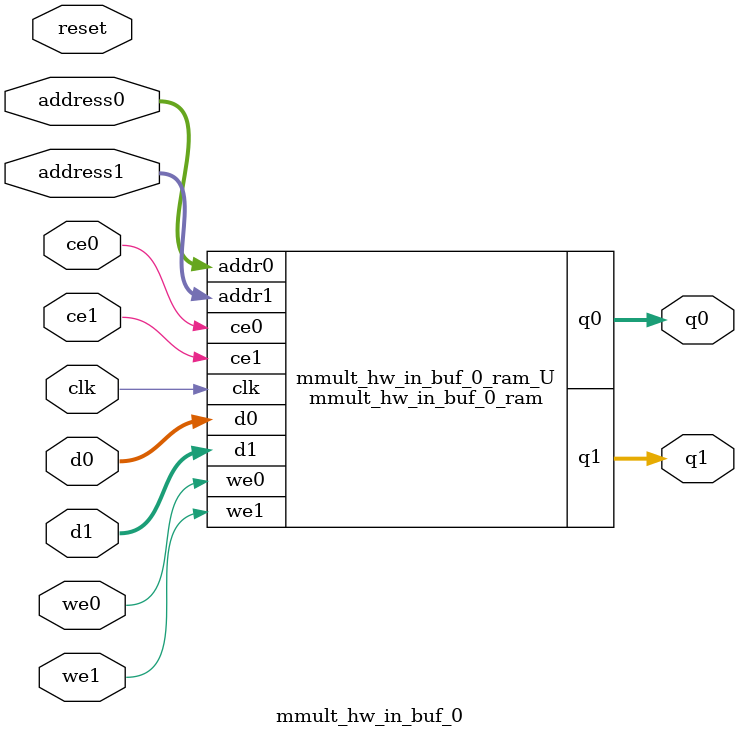
<source format=v>

`timescale 1 ns / 1 ps
module mmult_hw_in_buf_0_ram (addr0, ce0, d0, we0, q0, addr1, ce1, d1, we1, q1,  clk);

parameter DWIDTH = 32;
parameter AWIDTH = 8;
parameter MEM_SIZE = 256;

input[AWIDTH-1:0] addr0;
input ce0;
input[DWIDTH-1:0] d0;
input we0;
output reg[DWIDTH-1:0] q0;
input[AWIDTH-1:0] addr1;
input ce1;
input[DWIDTH-1:0] d1;
input we1;
output reg[DWIDTH-1:0] q1;
input clk;

(* ram_style = "block" *)reg [DWIDTH-1:0] ram[0:MEM_SIZE-1];




always @(posedge clk)  
begin 
    if (ce0) 
    begin
        if (we0) 
        begin 
            ram[addr0] <= d0; 
            q0 <= d0;
        end 
        else 
            q0 <= ram[addr0];
    end
end


always @(posedge clk)  
begin 
    if (ce1) 
    begin
        if (we1) 
        begin 
            ram[addr1] <= d1; 
            q1 <= d1;
        end 
        else 
            q1 <= ram[addr1];
    end
end


endmodule


`timescale 1 ns / 1 ps
module mmult_hw_in_buf_0(
    reset,
    clk,
    address0,
    ce0,
    we0,
    d0,
    q0,
    address1,
    ce1,
    we1,
    d1,
    q1);

parameter DataWidth = 32'd32;
parameter AddressRange = 32'd256;
parameter AddressWidth = 32'd8;
input reset;
input clk;
input[AddressWidth - 1:0] address0;
input ce0;
input we0;
input[DataWidth - 1:0] d0;
output[DataWidth - 1:0] q0;
input[AddressWidth - 1:0] address1;
input ce1;
input we1;
input[DataWidth - 1:0] d1;
output[DataWidth - 1:0] q1;



mmult_hw_in_buf_0_ram mmult_hw_in_buf_0_ram_U(
    .clk( clk ),
    .addr0( address0 ),
    .ce0( ce0 ),
    .d0( d0 ),
    .we0( we0 ),
    .q0( q0 ),
    .addr1( address1 ),
    .ce1( ce1 ),
    .d1( d1 ),
    .we1( we1 ),
    .q1( q1 ));

endmodule


</source>
